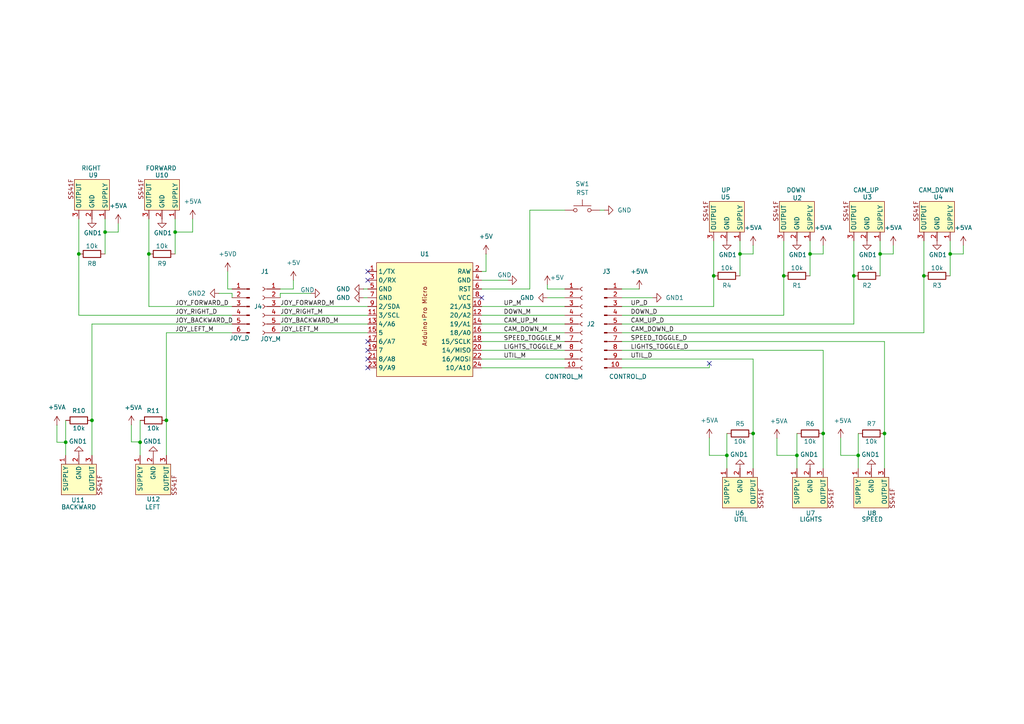
<source format=kicad_sch>
(kicad_sch (version 20250114) (generator "eeschema") (generator_version "9.0")
  (paper "A4")
  (title_block (title "ROV Controller") (date "2025-03-15") (rev "1") (company "MBK"))
  (lib_symbols
    (symbol "Connector:Conn_01x06_Pin" (pin_names (offset 1.016) (hide yes))
      (property "Reference" "J" (at 0 7.62 0))
      (property "Value" "Conn_01x06_Pin" (at 0 -10.16 0))
      (symbol "Conn_01x06_Pin_1_1"
        (rectangle (start 0.8636 5.207) (end 0 4.953) (stroke (width 0.1524)) (fill (type outline)))
        (rectangle (start 0.8636 2.667) (end 0 2.413) (stroke (width 0.1524)) (fill (type outline)))
        (rectangle (start 0.8636 0.127) (end 0 -0.127) (stroke (width 0.1524)) (fill (type outline)))
        (rectangle (start 0.8636 -2.413) (end 0 -2.667) (stroke (width 0.1524)) (fill (type outline)))
        (rectangle (start 0.8636 -4.953) (end 0 -5.207) (stroke (width 0.1524)) (fill (type outline)))
        (rectangle (start 0.8636 -7.493) (end 0 -7.747) (stroke (width 0.1524)) (fill (type outline)))
        (polyline (pts (xy 1.27 5.08) (xy 0.8636 5.08)) (stroke (width 0.1524)))
        (polyline (pts (xy 1.27 2.54) (xy 0.8636 2.54)) (stroke (width 0.1524)))
        (polyline (pts (xy 1.27 0) (xy 0.8636 0)) (stroke (width 0.1524)))
        (polyline (pts (xy 1.27 -2.54) (xy 0.8636 -2.54)) (stroke (width 0.1524)))
        (polyline (pts (xy 1.27 -5.08) (xy 0.8636 -5.08)) (stroke (width 0.1524)))
        (polyline (pts (xy 1.27 -7.62) (xy 0.8636 -7.62)) (stroke (width 0.1524)))
        (pin passive line (at 5.08 5.08 180) (length 3.81) (name "Pin_1") (number "1"))
        (pin passive line (at 5.08 2.54 180) (length 3.81) (name "Pin_2") (number "2"))
        (pin passive line (at 5.08 0 180) (length 3.81) (name "Pin_3") (number "3"))
        (pin passive line (at 5.08 -2.54 180) (length 3.81) (name "Pin_4") (number "4"))
        (pin passive line (at 5.08 -5.08 180) (length 3.81) (name "Pin_5") (number "5"))
        (pin passive line (at 5.08 -7.62 180) (length 3.81) (name "Pin_6") (number "6"))
      )
    )
    (symbol "Connector:Conn_01x06_Socket" (pin_names (offset 1.016) (hide yes))
      (property "Reference" "J" (at 0 7.62 0))
      (property "Value" "Conn_01x06_Socket" (at 0 -10.16 0))
      (symbol "Conn_01x06_Socket_1_1"
        (polyline (pts (xy -1.27 5.08) (xy -0.508 5.08)) (stroke (width 0.1524)))
        (polyline (pts (xy -1.27 2.54) (xy -0.508 2.54)) (stroke (width 0.1524)))
        (polyline (pts (xy -1.27 0) (xy -0.508 0)) (stroke (width 0.1524)))
        (polyline (pts (xy -1.27 -2.54) (xy -0.508 -2.54)) (stroke (width 0.1524)))
        (polyline (pts (xy -1.27 -5.08) (xy -0.508 -5.08)) (stroke (width 0.1524)))
        (polyline (pts (xy -1.27 -7.62) (xy -0.508 -7.62)) (stroke (width 0.1524)))
        (arc (start 0 4.572) (mid -0.5058 5.08) (end 0 5.588) (stroke (width 0.1524)))
        (arc (start 0 2.032) (mid -0.5058 2.54) (end 0 3.048) (stroke (width 0.1524)))
        (arc (start 0 -0.508) (mid -0.5058 0) (end 0 0.508) (stroke (width 0.1524)))
        (arc (start 0 -3.048) (mid -0.5058 -2.54) (end 0 -2.032) (stroke (width 0.1524)))
        (arc (start 0 -5.588) (mid -0.5058 -5.08) (end 0 -4.572) (stroke (width 0.1524)))
        (arc (start 0 -8.128) (mid -0.5058 -7.62) (end 0 -7.112) (stroke (width 0.1524)))
        (pin passive line (at -5.08 5.08 0) (length 3.81) (name "Pin_1") (number "1"))
        (pin passive line (at -5.08 2.54 0) (length 3.81) (name "Pin_2") (number "2"))
        (pin passive line (at -5.08 0 0) (length 3.81) (name "Pin_3") (number "3"))
        (pin passive line (at -5.08 -2.54 0) (length 3.81) (name "Pin_4") (number "4"))
        (pin passive line (at -5.08 -5.08 0) (length 3.81) (name "Pin_5") (number "5"))
        (pin passive line (at -5.08 -7.62 0) (length 3.81) (name "Pin_6") (number "6"))
      )
    )
    (symbol "Connector:Conn_01x10_Pin" (pin_names (offset 1.016) (hide yes))
      (property "Reference" "J" (at 0 12.7 0))
      (property "Value" "Conn_01x10_Pin" (at 0 -15.24 0))
      (symbol "Conn_01x10_Pin_1_1"
        (rectangle (start 0.8636 10.287) (end 0 10.033) (stroke (width 0.1524)) (fill (type outline)))
        (rectangle (start 0.8636 7.747) (end 0 7.493) (stroke (width 0.1524)) (fill (type outline)))
        (rectangle (start 0.8636 5.207) (end 0 4.953) (stroke (width 0.1524)) (fill (type outline)))
        (rectangle (start 0.8636 2.667) (end 0 2.413) (stroke (width 0.1524)) (fill (type outline)))
        (rectangle (start 0.8636 0.127) (end 0 -0.127) (stroke (width 0.1524)) (fill (type outline)))
        (rectangle (start 0.8636 -2.413) (end 0 -2.667) (stroke (width 0.1524)) (fill (type outline)))
        (rectangle (start 0.8636 -4.953) (end 0 -5.207) (stroke (width 0.1524)) (fill (type outline)))
        (rectangle (start 0.8636 -7.493) (end 0 -7.747) (stroke (width 0.1524)) (fill (type outline)))
        (rectangle (start 0.8636 -10.033) (end 0 -10.287) (stroke (width 0.1524)) (fill (type outline)))
        (rectangle (start 0.8636 -12.573) (end 0 -12.827) (stroke (width 0.1524)) (fill (type outline)))
        (polyline (pts (xy 1.27 10.16) (xy 0.8636 10.16)) (stroke (width 0.1524)))
        (polyline (pts (xy 1.27 7.62) (xy 0.8636 7.62)) (stroke (width 0.1524)))
        (polyline (pts (xy 1.27 5.08) (xy 0.8636 5.08)) (stroke (width 0.1524)))
        (polyline (pts (xy 1.27 2.54) (xy 0.8636 2.54)) (stroke (width 0.1524)))
        (polyline (pts (xy 1.27 0) (xy 0.8636 0)) (stroke (width 0.1524)))
        (polyline (pts (xy 1.27 -2.54) (xy 0.8636 -2.54)) (stroke (width 0.1524)))
        (polyline (pts (xy 1.27 -5.08) (xy 0.8636 -5.08)) (stroke (width 0.1524)))
        (polyline (pts (xy 1.27 -7.62) (xy 0.8636 -7.62)) (stroke (width 0.1524)))
        (polyline (pts (xy 1.27 -10.16) (xy 0.8636 -10.16)) (stroke (width 0.1524)))
        (polyline (pts (xy 1.27 -12.7) (xy 0.8636 -12.7)) (stroke (width 0.1524)))
        (pin passive line (at 5.08 10.16 180) (length 3.81) (name "Pin_1") (number "1"))
        (pin passive line (at 5.08 7.62 180) (length 3.81) (name "Pin_2") (number "2"))
        (pin passive line (at 5.08 5.08 180) (length 3.81) (name "Pin_3") (number "3"))
        (pin passive line (at 5.08 2.54 180) (length 3.81) (name "Pin_4") (number "4"))
        (pin passive line (at 5.08 0 180) (length 3.81) (name "Pin_5") (number "5"))
        (pin passive line (at 5.08 -2.54 180) (length 3.81) (name "Pin_6") (number "6"))
        (pin passive line (at 5.08 -5.08 180) (length 3.81) (name "Pin_7") (number "7"))
        (pin passive line (at 5.08 -7.62 180) (length 3.81) (name "Pin_8") (number "8"))
        (pin passive line (at 5.08 -10.16 180) (length 3.81) (name "Pin_9") (number "9"))
        (pin passive line (at 5.08 -12.7 180) (length 3.81) (name "Pin_10") (number "10"))
      )
    )
    (symbol "Connector:Conn_01x10_Socket" (pin_names (offset 1.016) (hide yes))
      (property "Reference" "J" (at 0 12.7 0))
      (property "Value" "Conn_01x10_Socket" (at 0 -15.24 0))
      (symbol "Conn_01x10_Socket_1_1"
        (polyline (pts (xy -1.27 10.16) (xy -0.508 10.16)) (stroke (width 0.1524)))
        (polyline (pts (xy -1.27 7.62) (xy -0.508 7.62)) (stroke (width 0.1524)))
        (polyline (pts (xy -1.27 5.08) (xy -0.508 5.08)) (stroke (width 0.1524)))
        (polyline (pts (xy -1.27 2.54) (xy -0.508 2.54)) (stroke (width 0.1524)))
        (polyline (pts (xy -1.27 0) (xy -0.508 0)) (stroke (width 0.1524)))
        (polyline (pts (xy -1.27 -2.54) (xy -0.508 -2.54)) (stroke (width 0.1524)))
        (polyline (pts (xy -1.27 -5.08) (xy -0.508 -5.08)) (stroke (width 0.1524)))
        (polyline (pts (xy -1.27 -7.62) (xy -0.508 -7.62)) (stroke (width 0.1524)))
        (polyline (pts (xy -1.27 -10.16) (xy -0.508 -10.16)) (stroke (width 0.1524)))
        (polyline (pts (xy -1.27 -12.7) (xy -0.508 -12.7)) (stroke (width 0.1524)))
        (arc (start 0 9.652) (mid -0.5058 10.16) (end 0 10.668) (stroke (width 0.1524)))
        (arc (start 0 7.112) (mid -0.5058 7.62) (end 0 8.128) (stroke (width 0.1524)))
        (arc (start 0 4.572) (mid -0.5058 5.08) (end 0 5.588) (stroke (width 0.1524)))
        (arc (start 0 2.032) (mid -0.5058 2.54) (end 0 3.048) (stroke (width 0.1524)))
        (arc (start 0 -0.508) (mid -0.5058 0) (end 0 0.508) (stroke (width 0.1524)))
        (arc (start 0 -3.048) (mid -0.5058 -2.54) (end 0 -2.032) (stroke (width 0.1524)))
        (arc (start 0 -5.588) (mid -0.5058 -5.08) (end 0 -4.572) (stroke (width 0.1524)))
        (arc (start 0 -8.128) (mid -0.5058 -7.62) (end 0 -7.112) (stroke (width 0.1524)))
        (arc (start 0 -10.668) (mid -0.5058 -10.16) (end 0 -9.652) (stroke (width 0.1524)))
        (arc (start 0 -13.208) (mid -0.5058 -12.7) (end 0 -12.192) (stroke (width 0.1524)))
        (pin passive line (at -5.08 10.16 0) (length 3.81) (name "Pin_1") (number "1"))
        (pin passive line (at -5.08 7.62 0) (length 3.81) (name "Pin_2") (number "2"))
        (pin passive line (at -5.08 5.08 0) (length 3.81) (name "Pin_3") (number "3"))
        (pin passive line (at -5.08 2.54 0) (length 3.81) (name "Pin_4") (number "4"))
        (pin passive line (at -5.08 0 0) (length 3.81) (name "Pin_5") (number "5"))
        (pin passive line (at -5.08 -2.54 0) (length 3.81) (name "Pin_6") (number "6"))
        (pin passive line (at -5.08 -5.08 0) (length 3.81) (name "Pin_7") (number "7"))
        (pin passive line (at -5.08 -7.62 0) (length 3.81) (name "Pin_8") (number "8"))
        (pin passive line (at -5.08 -10.16 0) (length 3.81) (name "Pin_9") (number "9"))
        (pin passive line (at -5.08 -12.7 0) (length 3.81) (name "Pin_10") (number "10"))
      )
    )
    (symbol "Device:R" (pin_numbers (hide yes)) (pin_names (offset 0))
      (property "Reference" "R" (at 2.032 0 90))
      (property "Value" "R" (at 0 0 90))
      (symbol "R_0_1"
        (rectangle (start -1.016 -2.54) (end 1.016 2.54) (stroke (width 0.254)))
      )
      (symbol "R_1_1"
        (pin passive line (at 0 3.81 270) (length 1.27) (name "~") (number "1"))
        (pin passive line (at 0 -3.81 90) (length 1.27) (name "~") (number "2"))
      )
    )
    (symbol "SS41F_1"
      (property "Reference" "U" (at -5.588 4.826 0))
      (property "Value" "Value" (at -9.652 -1.524 90))
      (symbol "SS41F_1_1_1"
        (rectangle (start -6.35 3.81) (end 2.54 -6.35) (fill (type background)))
        (text "SS41F" (at -3.556 -7.366 0) (effects (font (size 1.27 1.27))))
        (pin power_in line (at 5.08 2.54 180) (length 2.54) (name "SUPPLY") (number "1"))
        (pin passive line (at 5.08 -1.27 180) (length 2.54) (name "GND") (number "2"))
        (pin output line (at 5.08 -5.08 180) (length 2.54) (name "OUTPUT") (number "3"))
      )
    )
    (symbol "SS41F_2"
      (property "Reference" "U" (at -5.588 4.826 0))
      (property "Value" "Value" (at -9.652 -1.524 90))
      (symbol "SS41F_2_1_1"
        (rectangle (start -6.35 3.81) (end 2.54 -6.35) (fill (type background)))
        (text "SS41F" (at -3.556 -7.366 0) (effects (font (size 1.27 1.27))))
        (pin power_in line (at 5.08 2.54 180) (length 2.54) (name "SUPPLY") (number "1"))
        (pin passive line (at 5.08 -1.27 180) (length 2.54) (name "GND") (number "2"))
        (pin output line (at 5.08 -5.08 180) (length 2.54) (name "OUTPUT") (number "3"))
      )
    )
    (symbol "SS41F_3"
      (property "Reference" "U" (at -5.588 4.826 0))
      (property "Value" "Value" (at -9.652 -1.524 90))
      (symbol "SS41F_3_1_1"
        (rectangle (start -6.35 3.81) (end 2.54 -6.35) (fill (type background)))
        (text "SS41F" (at -3.556 -7.366 0) (effects (font (size 1.27 1.27))))
        (pin power_in line (at 5.08 2.54 180) (length 2.54) (name "SUPPLY") (number "1"))
        (pin passive line (at 5.08 -1.27 180) (length 2.54) (name "GND") (number "2"))
        (pin output line (at 5.08 -5.08 180) (length 2.54) (name "OUTPUT") (number "3"))
      )
    )
    (symbol "SS41F_4"
      (property "Reference" "U" (at -5.588 4.826 0))
      (property "Value" "Value" (at -9.652 -1.524 90))
      (symbol "SS41F_4_1_1"
        (rectangle (start -6.35 3.81) (end 2.54 -6.35) (fill (type background)))
        (text "SS41F" (at -3.556 -7.366 0) (effects (font (size 1.27 1.27))))
        (pin power_in line (at 5.08 2.54 180) (length 2.54) (name "SUPPLY") (number "1"))
        (pin passive line (at 5.08 -1.27 180) (length 2.54) (name "GND") (number "2"))
        (pin output line (at 5.08 -5.08 180) (length 2.54) (name "OUTPUT") (number "3"))
      )
    )
    (symbol "SS41F_5"
      (property "Reference" "U" (at -5.588 4.826 0))
      (property "Value" "Value" (at -9.652 -1.524 90))
      (symbol "SS41F_5_1_1"
        (rectangle (start -6.35 3.81) (end 2.54 -6.35) (fill (type background)))
        (text "SS41F" (at -3.556 -7.366 0) (effects (font (size 1.27 1.27))))
        (pin power_in line (at 5.08 2.54 180) (length 2.54) (name "SUPPLY") (number "1"))
        (pin passive line (at 5.08 -1.27 180) (length 2.54) (name "GND") (number "2"))
        (pin output line (at 5.08 -5.08 180) (length 2.54) (name "OUTPUT") (number "3"))
      )
    )
    (symbol "SS41F_6"
      (property "Reference" "U" (at -5.588 4.826 0))
      (property "Value" "Value" (at -9.652 -1.524 90))
      (symbol "SS41F_6_1_1"
        (rectangle (start -6.35 3.81) (end 2.54 -6.35) (fill (type background)))
        (text "SS41F" (at -3.556 -7.366 0) (effects (font (size 1.27 1.27))))
        (pin power_in line (at 5.08 2.54 180) (length 2.54) (name "SUPPLY") (number "1"))
        (pin passive line (at 5.08 -1.27 180) (length 2.54) (name "GND") (number "2"))
        (pin output line (at 5.08 -5.08 180) (length 2.54) (name "OUTPUT") (number "3"))
      )
    )
    (symbol "SS41F_7"
      (property "Reference" "U" (at -5.588 4.826 0))
      (property "Value" "Value" (at -9.652 -1.524 90))
      (symbol "SS41F_7_1_1"
        (rectangle (start -6.35 3.81) (end 2.54 -6.35) (fill (type background)))
        (text "SS41F" (at -3.556 -7.366 0) (effects (font (size 1.27 1.27))))
        (pin power_in line (at 5.08 2.54 180) (length 2.54) (name "SUPPLY") (number "1"))
        (pin passive line (at 5.08 -1.27 180) (length 2.54) (name "GND") (number "2"))
        (pin output line (at 5.08 -5.08 180) (length 2.54) (name "OUTPUT") (number "3"))
      )
    )
    (symbol "SS41F_8"
      (property "Reference" "U" (at -5.588 4.826 0))
      (property "Value" "Value" (at -9.652 -1.524 90))
      (symbol "SS41F_8_1_1"
        (rectangle (start -6.35 3.81) (end 2.54 -6.35) (fill (type background)))
        (text "SS41F" (at -3.556 -7.366 0) (effects (font (size 1.27 1.27))))
        (pin power_in line (at 5.08 2.54 180) (length 2.54) (name "SUPPLY") (number "1"))
        (pin passive line (at 5.08 -1.27 180) (length 2.54) (name "GND") (number "2"))
        (pin output line (at 5.08 -5.08 180) (length 2.54) (name "OUTPUT") (number "3"))
      )
    )
    (symbol "SS41F_9"
      (property "Reference" "U" (at -5.588 4.826 0))
      (property "Value" "Value" (at -9.652 -1.524 90))
      (symbol "SS41F_9_1_1"
        (rectangle (start -6.35 3.81) (end 2.54 -6.35) (fill (type background)))
        (text "SS41F" (at -3.556 -7.366 0) (effects (font (size 1.27 1.27))))
        (pin power_in line (at 5.08 2.54 180) (length 2.54) (name "SUPPLY") (number "1"))
        (pin passive line (at 5.08 -1.27 180) (length 2.54) (name "GND") (number "2"))
        (pin output line (at 5.08 -5.08 180) (length 2.54) (name "OUTPUT") (number "3"))
      )
    )
    (symbol "Switch:SW_Push" (pin_numbers (hide yes)) (pin_names (offset 1.016) (hide yes))
      (property "Reference" "SW" (at 1.27 2.54 0))
      (property "Value" "SW_Push" (at 0 -1.524 0))
      (symbol "SW_Push_0_1"
        (circle (center -2.032 0) (radius 0.508))
        (polyline (pts (xy 0 1.27) (xy 0 3.048)))
        (circle (center 2.032 0) (radius 0.508))
        (polyline (pts (xy 2.54 1.27) (xy -2.54 1.27)))
        (pin passive line (at -5.08 0 0) (length 2.54) (name "1") (number "1"))
        (pin passive line (at 5.08 0 180) (length 2.54) (name "2") (number "2"))
      )
    )
    (symbol "power:+5V" (power) (pin_numbers (hide yes)) (pin_names (offset 0) (hide yes))
      (property "Value" "+5V" (at 0 3.556 0))
      (symbol "+5V_0_1"
        (polyline (pts (xy -0.762 1.27) (xy 0 2.54)))
        (polyline (pts (xy 0 2.54) (xy 0.762 1.27)))
        (polyline (pts (xy 0 0) (xy 0 2.54)))
      )
      (symbol "+5V_1_1"
        (pin power_in line (at 0 0 90) (length 0) (name "~") (number "1"))
      )
    )
    (symbol "power:+5VA" (power) (pin_numbers (hide yes)) (pin_names (offset 0) (hide yes))
      (property "Value" "+5VA" (at 0 3.556 0))
      (symbol "+5VA_0_1"
        (polyline (pts (xy -0.762 1.27) (xy 0 2.54)))
        (polyline (pts (xy 0 2.54) (xy 0.762 1.27)))
        (polyline (pts (xy 0 0) (xy 0 2.54)))
      )
      (symbol "+5VA_1_1"
        (pin power_in line (at 0 0 90) (length 0) (name "~") (number "1"))
      )
    )
    (symbol "power:+5VD" (power) (pin_numbers (hide yes)) (pin_names (offset 0) (hide yes))
      (property "Value" "+5VD" (at 0 3.556 0))
      (symbol "+5VD_0_1"
        (polyline (pts (xy -0.762 1.27) (xy 0 2.54)))
        (polyline (pts (xy 0 2.54) (xy 0.762 1.27)))
        (polyline (pts (xy 0 0) (xy 0 2.54)))
      )
      (symbol "+5VD_1_1"
        (pin power_in line (at 0 0 90) (length 0) (name "~") (number "1"))
      )
    )
    (symbol "power:GND" (power) (pin_numbers (hide yes)) (pin_names (offset 0) (hide yes))
      (property "Value" "GND" (at 0 -3.81 0))
      (symbol "GND_0_1"
        (polyline (pts (xy 0 0) (xy 0 -1.27) (xy 1.27 -1.27) (xy 0 -2.54) (xy -1.27 -1.27) (xy 0 -1.27)))
      )
      (symbol "GND_1_1"
        (pin power_in line (at 0 0 270) (length 0) (name "~") (number "1"))
      )
    )
    (symbol "power:GND1" (power) (pin_numbers (hide yes)) (pin_names (offset 0) (hide yes))
      (property "Value" "GND1" (at 0 -3.81 0))
      (symbol "GND1_0_1"
        (polyline (pts (xy 0 0) (xy 0 -1.27) (xy 1.27 -1.27) (xy 0 -2.54) (xy -1.27 -1.27) (xy 0 -1.27)))
      )
      (symbol "GND1_1_1"
        (pin power_in line (at 0 0 270) (length 0) (name "~") (number "1"))
      )
    )
    (symbol "power:GND2" (power) (pin_numbers (hide yes)) (pin_names (offset 0) (hide yes))
      (property "Value" "GND2" (at 0 -3.81 0))
      (symbol "GND2_0_1"
        (polyline (pts (xy 0 0) (xy 0 -1.27) (xy 1.27 -1.27) (xy 0 -2.54) (xy -1.27 -1.27) (xy 0 -1.27)))
      )
      (symbol "GND2_1_1"
        (pin power_in line (at 0 0 270) (length 0) (name "~") (number "1"))
      )
    )
    (symbol "user_symbols:Arduino_Pro_Micro"
      (property "Reference" "U" (at -13.462 17.526 0))
      (symbol "Arduino_Pro_Micro_1_1"
        (rectangle (start -13.97 16.51) (end 13.97 -16.51) (fill (type background)))
        (text "Arduino Pro Micro" (at 0 1.016 900) (effects (font (size 1.27 1.27))))
        (pin bidirectional line (at -16.51 13.97 0) (length 2.54) (name "1/TX") (number "1"))
        (pin bidirectional line (at -16.51 11.43 0) (length 2.54) (name "0/RX") (number "3"))
        (pin passive line (at -16.51 8.89 0) (length 2.54) (name "GND") (number "5"))
        (pin passive line (at -16.51 6.35 0) (length 2.54) (name "GND") (number "7"))
        (pin bidirectional line (at -16.51 3.81 0) (length 2.54) (name "2/SDA") (number "9"))
        (pin bidirectional line (at -16.51 1.27 0) (length 2.54) (name "3/SCL") (number "11"))
        (pin bidirectional line (at -16.51 -1.27 0) (length 2.54) (name "4/A6") (number "13"))
        (pin bidirectional line (at -16.51 -3.81 0) (length 2.54) (name "5") (number "15"))
        (pin bidirectional line (at -16.51 -6.35 0) (length 2.54) (name "6/A7") (number "17"))
        (pin bidirectional line (at -16.51 -8.89 0) (length 2.54) (name "7") (number "19"))
        (pin bidirectional line (at -16.51 -11.43 0) (length 2.54) (name "8/A8") (number "21"))
        (pin bidirectional line (at -16.51 -13.97 0) (length 2.54) (name "9/A9") (number "23"))
        (pin power_out line (at 16.51 13.97 180) (length 2.54) (name "RAW") (number "2"))
        (pin passive line (at 16.51 11.43 180) (length 2.54) (name "GND") (number "4"))
        (pin input line (at 16.51 8.89 180) (length 2.54) (name "RST") (number "6"))
        (pin power_out line (at 16.51 6.35 180) (length 2.54) (name "VCC") (number "8"))
        (pin bidirectional line (at 16.51 3.81 180) (length 2.54) (name "21/A3") (number "10"))
        (pin bidirectional line (at 16.51 1.27 180) (length 2.54) (name "20/A2") (number "12"))
        (pin bidirectional line (at 16.51 -1.27 180) (length 2.54) (name "19/A1") (number "14"))
        (pin bidirectional line (at 16.51 -3.81 180) (length 2.54) (name "18/A0") (number "16"))
        (pin bidirectional line (at 16.51 -6.35 180) (length 2.54) (name "15/SCLK") (number "18"))
        (pin bidirectional line (at 16.51 -8.89 180) (length 2.54) (name "14/MISO") (number "20"))
        (pin bidirectional line (at 16.51 -11.43 180) (length 2.54) (name "16/MOSI") (number "22"))
        (pin bidirectional line (at 16.51 -13.97 180) (length 2.54) (name "10/A10") (number "24"))
      )
    )
    (symbol "user_symbols:SS41F"
      (property "Reference" "U" (at -5.588 4.826 0))
      (property "Value" "Value" (at -7.874 -1.524 90))
      (symbol "SS41F_1_1"
        (rectangle (start -6.35 3.81) (end 2.54 -6.35) (fill (type background)))
        (text "SS41F" (at -3.556 -7.366 0) (effects (font (size 1.27 1.27))))
        (pin power_in line (at 5.08 2.54 180) (length 2.54) (name "SUPPLY") (number "1"))
        (pin passive line (at 5.08 -1.27 180) (length 2.54) (name "GND") (number "2"))
        (pin output line (at 5.08 -5.08 180) (length 2.54) (name "OUTPUT") (number "3"))
      )
    )
  )
  (junction (at 26.67 121.92))
  (junction (at 234.95 73.66))
  (junction (at 43.18 73.66))
  (junction (at 248.92 132.08))
  (junction (at 210.82 132.08))
  (junction (at 40.64 128.27))
  (junction (at 19.05 128.27))
  (junction (at 256.54 125.73))
  (junction (at 50.8 67.31))
  (junction (at 231.14 132.08))
  (junction (at 255.27 73.66))
  (junction (at 214.63 73.66))
  (junction (at 247.65 80.01))
  (junction (at 267.97 80.01))
  (junction (at 207.01 80.01))
  (junction (at 238.76 125.73))
  (junction (at 22.86 73.66))
  (junction (at 48.26 121.92))
  (junction (at 218.44 125.73))
  (junction (at 30.48 67.31))
  (junction (at 227.33 80.01))
  (junction (at 275.59 73.66))
  (no_connect (at 106.68 104.14))
  (no_connect (at 106.68 99.06))
  (no_connect (at 205.74 105.41))
  (no_connect (at 139.7 86.36))
  (no_connect (at 106.68 101.6))
  (no_connect (at 106.68 81.28))
  (no_connect (at 106.68 78.74))
  (no_connect (at 106.68 106.68))
  (wire (pts (xy 16.51 123.2929) (xy 16.51 128.27)))
  (wire (pts (xy 22.86 73.66) (xy 22.86 91.44)))
  (wire (pts (xy 153.67 83.82) (xy 139.7 83.82)))
  (wire (pts (xy 40.0887 128.1671) (xy 40.0887 128.27)))
  (wire (pts (xy 214.63 73.66) (xy 214.63 80.01)))
  (wire (pts (xy 139.7 91.44) (xy 163.83 91.44)))
  (wire (pts (xy 255.27 73.66) (xy 255.27 80.01)))
  (wire (pts (xy 248.92 132.08) (xy 248.92 125.73)))
  (wire (pts (xy 214.63 73.66) (xy 218.44 73.66)))
  (wire (pts (xy 158.75 82.55) (xy 158.75 83.82)))
  (wire (pts (xy 180.34 104.14) (xy 218.44 104.14)))
  (wire (pts (xy 256.54 135.89) (xy 256.54 125.73)))
  (wire (pts (xy 234.95 73.66) (xy 238.76 73.66)))
  (wire (pts (xy 50.8 67.31) (xy 50.8 73.66)))
  (wire (pts (xy 139.7 106.68) (xy 163.83 106.68)))
  (wire (pts (xy 158.75 86.36) (xy 163.83 86.36)))
  (wire (pts (xy 231.14 132.08) (xy 231.14 125.73)))
  (wire (pts (xy 67.31 88.9) (xy 43.18 88.9)))
  (wire (pts (xy 234.95 73.66) (xy 234.95 80.01)))
  (wire (pts (xy 48.26 132.08) (xy 48.26 121.92)))
  (wire (pts (xy 30.48 63.5) (xy 30.48 67.31)))
  (wire (pts (xy 207.01 69.85) (xy 207.01 80.01)))
  (wire (pts (xy 139.7 96.52) (xy 163.83 96.52)))
  (wire (pts (xy 67.31 85.09) (xy 67.31 86.36)))
  (wire (pts (xy 48.26 96.52) (xy 67.31 96.52)))
  (wire (pts (xy 153.67 60.96) (xy 163.83 60.96)))
  (wire (pts (xy 227.33 80.01) (xy 227.33 91.44)))
  (wire (pts (xy 140.97 78.74) (xy 140.97 73.66)))
  (wire (pts (xy 48.26 96.52) (xy 48.26 121.92)))
  (wire (pts (xy 40.64 128.27) (xy 40.64 121.92)))
  (wire (pts (xy 259.08 71.12) (xy 259.08 73.66)))
  (wire (pts (xy 238.76 101.6) (xy 238.76 125.73)))
  (wire (pts (xy 231.14 135.89) (xy 231.14 132.08)))
  (wire (pts (xy 40.0887 128.1671) (xy 38.1 128.1671)))
  (wire (pts (xy 180.34 96.52) (xy 267.97 96.52)))
  (wire (pts (xy 85.09 81.28) (xy 85.09 83.82)))
  (wire (pts (xy 180.34 101.6) (xy 238.76 101.6)))
  (wire (pts (xy 139.7 81.28) (xy 147.32 81.28)))
  (wire (pts (xy 218.44 71.12) (xy 218.44 73.66)))
  (wire (pts (xy 139.7 93.98) (xy 163.83 93.98)))
  (wire (pts (xy 243.84 132.08) (xy 248.92 132.08)))
  (wire (pts (xy 63.5 85.09) (xy 67.31 85.09)))
  (wire (pts (xy 81.28 91.44) (xy 106.68 91.44)))
  (wire (pts (xy 81.28 85.09) (xy 81.28 86.36)))
  (wire (pts (xy 50.8 63.5) (xy 50.8 67.31)))
  (wire (pts (xy 139.7 88.9) (xy 163.83 88.9)))
  (wire (pts (xy 225.3413 127.1029) (xy 225.3413 132.08)))
  (wire (pts (xy 180.34 99.06) (xy 256.54 99.06)))
  (wire (pts (xy 105.41 86.36) (xy 106.68 86.36)))
  (wire (pts (xy 19.05 132.08) (xy 19.05 128.27)))
  (wire (pts (xy 267.97 69.85) (xy 267.97 80.01)))
  (wire (pts (xy 247.65 80.01) (xy 247.65 93.98)))
  (wire (pts (xy 247.65 69.85) (xy 247.65 80.01)))
  (wire (pts (xy 231.14 132.08) (xy 225.3413 132.08)))
  (wire (pts (xy 26.67 132.08) (xy 26.67 121.92)))
  (wire (pts (xy 16.51 128.27) (xy 19.05 128.27)))
  (wire (pts (xy 30.48 67.31) (xy 34.29 67.31)))
  (wire (pts (xy 275.59 73.66) (xy 279.4 73.66)))
  (wire (pts (xy 81.28 85.09) (xy 90.17 85.09)))
  (wire (pts (xy 139.7 104.14) (xy 163.83 104.14)))
  (wire (pts (xy 243.84 132.08) (xy 243.84 127)))
  (wire (pts (xy 210.82 135.89) (xy 210.82 132.08)))
  (wire (pts (xy 40.64 132.08) (xy 40.64 128.27)))
  (wire (pts (xy 279.4 71.12) (xy 279.4 73.66)))
  (wire (pts (xy 227.33 69.85) (xy 227.33 80.01)))
  (wire (pts (xy 173.99 60.96) (xy 175.26 60.96)))
  (wire (pts (xy 180.34 88.9) (xy 207.01 88.9)))
  (wire (pts (xy 43.18 73.66) (xy 43.18 88.9)))
  (wire (pts (xy 275.59 73.66) (xy 275.59 80.01)))
  (wire (pts (xy 180.34 83.82) (xy 185.42 83.82)))
  (wire (pts (xy 205.74 127) (xy 205.74 132.08)))
  (wire (pts (xy 256.54 99.06) (xy 256.54 125.73)))
  (wire (pts (xy 139.7 101.6) (xy 163.83 101.6)))
  (wire (pts (xy 210.82 132.08) (xy 205.74 132.08)))
  (wire (pts (xy 26.67 93.98) (xy 26.67 121.92)))
  (wire (pts (xy 55.88 67.31) (xy 55.88 63.5)))
  (wire (pts (xy 66.04 83.82) (xy 67.31 83.82)))
  (wire (pts (xy 81.28 96.52) (xy 106.68 96.52)))
  (wire (pts (xy 67.31 91.44) (xy 22.86 91.44)))
  (wire (pts (xy 210.82 132.08) (xy 210.82 125.73)))
  (wire (pts (xy 26.67 93.98) (xy 67.31 93.98)))
  (wire (pts (xy 40.0887 128.27) (xy 40.64 128.27)))
  (wire (pts (xy 238.76 71.12) (xy 238.76 73.66)))
  (wire (pts (xy 255.27 69.85) (xy 255.27 73.66)))
  (wire (pts (xy 43.18 63.5) (xy 43.18 73.66)))
  (wire (pts (xy 214.63 69.85) (xy 214.63 73.66)))
  (wire (pts (xy 22.86 63.5) (xy 22.86 73.66)))
  (wire (pts (xy 153.67 60.96) (xy 153.67 83.82)))
  (wire (pts (xy 180.34 86.36) (xy 189.23 86.36)))
  (wire (pts (xy 255.27 73.66) (xy 259.08 73.66)))
  (wire (pts (xy 158.75 83.82) (xy 163.83 83.82)))
  (wire (pts (xy 81.28 93.98) (xy 106.68 93.98)))
  (wire (pts (xy 205.74 105.41) (xy 205.74 106.68)))
  (wire (pts (xy 19.05 128.27) (xy 19.05 121.92)))
  (wire (pts (xy 50.8 67.31) (xy 55.88 67.31)))
  (wire (pts (xy 180.34 106.68) (xy 205.74 106.68)))
  (wire (pts (xy 38.1 123.19) (xy 38.1 128.1671)))
  (wire (pts (xy 267.97 80.01) (xy 267.97 96.52)))
  (wire (pts (xy 180.34 91.44) (xy 227.33 91.44)))
  (wire (pts (xy 30.48 67.31) (xy 30.48 73.66)))
  (wire (pts (xy 139.7 78.74) (xy 140.97 78.74)))
  (wire (pts (xy 218.44 135.89) (xy 218.44 125.73)))
  (wire (pts (xy 139.7 99.06) (xy 163.83 99.06)))
  (wire (pts (xy 34.29 64.77) (xy 34.29 67.31)))
  (wire (pts (xy 180.34 93.98) (xy 247.65 93.98)))
  (wire (pts (xy 248.92 135.89) (xy 248.92 132.08)))
  (wire (pts (xy 218.44 104.14) (xy 218.44 125.73)))
  (wire (pts (xy 81.28 88.9) (xy 106.68 88.9)))
  (wire (pts (xy 207.01 80.01) (xy 207.01 88.9)))
  (wire (pts (xy 234.95 69.85) (xy 234.95 73.66)))
  (wire (pts (xy 81.28 83.82) (xy 85.09 83.82)))
  (wire (pts (xy 105.41 83.82) (xy 106.68 83.82)))
  (wire (pts (xy 238.76 135.89) (xy 238.76 125.73)))
  (wire (pts (xy 66.04 78.74) (xy 66.04 83.82)))
  (wire (pts (xy 275.59 69.85) (xy 275.59 73.66)))
  (label "JOY_LEFT_M" (at 81.28 96.52 0))
  (label "JOY_RIGHT_M" (at 81.28 91.44 0))
  (label "LIGHTS_TOGGLE_D" (at 182.88 101.6 0))
  (label "SPEED_TOGGLE_M" (at 146.05 99.06 0))
  (label "JOY_FORWARD_D" (at 50.8 88.9 0))
  (label "UP_D" (at 182.88 88.9 0))
  (label "JOY_BACKWARD_M" (at 81.28 93.98 0))
  (label "CAM_DOWN_M" (at 146.05 96.52 0))
  (label "JOY_LEFT_M" (at 50.8 96.52 0))
  (label "DOWN_M" (at 146.05 91.44 0))
  (label "LIGHTS_TOGGLE_M" (at 146.05 101.6 0))
  (label "UTIL_D" (at 182.88 104.14 0))
  (label "SPEED_TOGGLE_D" (at 182.88 99.06 0))
  (label "CAM_UP_D" (at 182.88 93.98 0))
  (label "JOY_RIGHT_D" (at 50.8 91.44 0))
  (label "DOWN_D" (at 182.88 91.44 0))
  (label "JOY_FORWARD_M" (at 81.28 88.9 0))
  (label "CAM_UP_M" (at 146.05 93.98 0))
  (label "CAM_DOWN_D" (at 182.88 96.52 0))
  (label "UTIL_M" (at 146.05 104.14 0))
  (label "UP_M" (at 146.05 88.9 0))
  (label "JOY_BACKWARD_D" (at 50.8 93.98 0))
  (symbol (lib_id "Device:R") (at 26.67 73.66 270) (unit 1)
    (property "Reference" "R8" (at 26.67 76.454 90))
    (property "Value" "10k" (at 26.67 71.374 90))
    (property "Footprint" "Resistor_SMD:R_0603_1608Metric_Pad0.98x0.95mm_HandSolder" (effects (hide yes)))
    (property "Description" "Resistor" (effects (hide yes)))
  )
  (symbol (lib_name "SS41F_1") (lib_id "user_symbols:SS41F") (at 273.05 64.77 270) (unit 1)
    (property "Reference" "U4" (at 270.764 57.15 90) (effects (justify left)))
    (property "Value" "CAM_DOWN" (at 271.526 55.118 90))
    (property "Footprint" "user_footprints:SS41F" (effects (hide yes)))
  )
  (symbol (lib_id "power:+5VA") (at 16.51 123.2929 0) (unit 1)
    (property "Reference" "#PWR030" (effects (hide yes)))
    (property "Value" "+5VA" (at 16.51 118.11 0))
    (property "Description" "Power symbol creates a global label with name \"+5VA\"" (effects (hide yes)))
  )
  (symbol (lib_id "power:+5VD") (at 66.04 78.74 0) (unit 1)
    (property "Reference" "#PWR034" (effects (hide yes)))
    (property "Value" "+5VD" (at 66.04 73.66 0))
    (property "Description" "Power symbol creates a global label with name \"+5VD\"" (effects (hide yes)))
  )
  (symbol (lib_id "Device:R") (at 214.63 125.73 90) (unit 1)
    (property "Reference" "R5" (at 214.63 122.936 90))
    (property "Value" "10k" (at 214.63 128.016 90))
    (property "Footprint" "Resistor_SMD:R_0603_1608Metric_Pad0.98x0.95mm_HandSolder" (effects (hide yes)))
    (property "Description" "Resistor" (effects (hide yes)))
  )
  (symbol (lib_name "SS41F_3") (lib_id "user_symbols:SS41F") (at 213.36 140.97 90) (unit 1)
    (property "Reference" "U6" (at 215.9 148.844 90) (effects (justify left)))
    (property "Value" "UTIL" (at 214.884 150.622 90))
    (property "Footprint" "user_footprints:SS41F" (effects (hide yes)))
  )
  (symbol (lib_id "power:GND") (at 147.32 81.28 90) (unit 1)
    (property "Reference" "#PWR02" (effects (hide yes)))
    (property "Value" "GND" (at 144.272 79.756 90) (effects (justify right)))
    (property "Description" "Power symbol creates a global label with name \"GND\" , ground" (effects (hide yes)))
  )
  (symbol (lib_id "Device:R") (at 234.95 125.73 90) (unit 1)
    (property "Reference" "R6" (at 234.95 122.936 90))
    (property "Value" "10k" (at 234.95 128.016 90))
    (property "Footprint" "Resistor_SMD:R_0603_1608Metric_Pad0.98x0.95mm_HandSolder" (effects (hide yes)))
    (property "Description" "Resistor" (effects (hide yes)))
  )
  (symbol (lib_id "power:+5VA") (at 279.4 71.12 0) (unit 1)
    (property "Reference" "#PWR017" (effects (hide yes)))
    (property "Value" "+5VA" (at 279.4 66.04 0))
    (property "Description" "Power symbol creates a global label with name \"+5VA\"" (effects (hide yes)))
  )
  (symbol (lib_id "Connector:Conn_01x06_Socket") (at 76.2 88.9 0) (mirror y) (unit 1)
    (property "Reference" "J1" (at 76.835 78.74 0))
    (property "Value" "JOY_M" (at 78.486 98.298 0))
    (property "Footprint" "Connector_PinSocket_2.54mm:PinSocket_1x06_P2.54mm_Vertical" (effects (hide yes)))
    (property "Description" "Generic connector, single row, 01x06, script generated" (effects (hide yes)))
  )
  (symbol (lib_name "SS41F_2") (lib_id "user_symbols:SS41F") (at 27.94 58.42 270) (unit 1)
    (property "Reference" "U9" (at 25.654 50.8 90) (effects (justify left)))
    (property "Value" "RIGHT" (at 26.416 48.768 90))
    (property "Footprint" "user_footprints:SS41F" (effects (hide yes)))
  )
  (symbol (lib_id "power:GND2") (at 63.5 85.09 270) (unit 1)
    (property "Reference" "#PWR035" (effects (hide yes)))
    (property "Value" "GND2" (at 59.69 85.0899 90) (effects (justify right)))
    (property "Description" "Power symbol creates a global label with name \"GND2\" , ground" (effects (hide yes)))
  )
  (symbol (lib_id "power:GND1") (at 44.45 132.08 180) (unit 1)
    (property "Reference" "#PWR033" (effects (hide yes)))
    (property "Value" "GND1" (at 44.196 128.016 0))
    (property "Description" "Power symbol creates a global label with name \"GND1\" , ground" (effects (hide yes)))
  )
  (symbol (lib_id "Connector:Conn_01x10_Pin") (at 175.26 93.98 0) (unit 1)
    (property "Reference" "J3" (at 175.895 78.74 0))
    (property "Value" "CONTROL_D" (at 182.118 109.22 0))
    (property "Footprint" "Connector_PinHeader_2.54mm:PinHeader_1x10_P2.54mm_Vertical" (effects (hide yes)))
    (property "Description" "Generic connector, single row, 01x10, script generated" (effects (hide yes)))
  )
  (symbol (lib_id "power:GND") (at 90.17 85.09 90) (unit 1)
    (property "Reference" "#PWR05" (effects (hide yes)))
    (property "Value" "GND" (at 87.122 84.074 90) (effects (justify right)))
    (property "Description" "Power symbol creates a global label with name \"GND\" , ground" (effects (hide yes)))
  )
  (symbol (lib_id "Device:R") (at 231.14 80.01 270) (unit 1)
    (property "Reference" "R1" (at 231.14 82.804 90))
    (property "Value" "10k" (at 231.14 77.724 90))
    (property "Footprint" "Resistor_SMD:R_0603_1608Metric_Pad0.98x0.95mm_HandSolder" (effects (hide yes)))
    (property "Description" "Resistor" (effects (hide yes)))
  )
  (symbol (lib_id "power:GND") (at 175.26 60.96 90) (unit 1)
    (property "Reference" "#PWR01" (effects (hide yes)))
    (property "Value" "GND" (at 179.07 60.9599 90) (effects (justify right)))
    (property "Description" "Power symbol creates a global label with name \"GND\" , ground" (effects (hide yes)))
  )
  (symbol (lib_id "power:GND1") (at 22.86 132.08 180) (unit 1)
    (property "Reference" "#PWR031" (effects (hide yes)))
    (property "Value" "GND1" (at 22.606 128.016 0))
    (property "Description" "Power symbol creates a global label with name \"GND1\" , ground" (effects (hide yes)))
  )
  (symbol (lib_id "Device:R") (at 46.99 73.66 270) (unit 1)
    (property "Reference" "R9" (at 46.99 76.454 90))
    (property "Value" "10k" (at 46.99 71.374 90))
    (property "Footprint" "Resistor_SMD:R_0603_1608Metric_Pad0.98x0.95mm_HandSolder" (effects (hide yes)))
    (property "Description" "Resistor" (effects (hide yes)))
  )
  (symbol (lib_id "power:GND1") (at 214.63 135.89 180) (unit 1)
    (property "Reference" "#PWR020" (effects (hide yes)))
    (property "Value" "GND1" (at 214.376 131.826 0))
    (property "Description" "Power symbol creates a global label with name \"GND1\" , ground" (effects (hide yes)))
  )
  (symbol (lib_id "power:GND") (at 158.75 86.36 270) (unit 1)
    (property "Reference" "#PWR09" (effects (hide yes)))
    (property "Value" "GND" (at 154.94 86.3599 90) (effects (justify right)))
    (property "Description" "Power symbol creates a global label with name \"GND\" , ground" (effects (hide yes)))
  )
  (symbol (lib_id "Device:R") (at 271.78 80.01 270) (unit 1)
    (property "Reference" "R3" (at 271.78 82.804 90))
    (property "Value" "10k" (at 271.78 77.724 90))
    (property "Footprint" "Resistor_SMD:R_0603_1608Metric_Pad0.98x0.95mm_HandSolder" (effects (hide yes)))
    (property "Description" "Resistor" (effects (hide yes)))
  )
  (symbol (lib_id "power:+5VA") (at 225.3413 127.1029 0) (unit 1)
    (property "Reference" "#PWR022" (effects (hide yes)))
    (property "Value" "+5VA" (at 225.8926 122.1258 0))
    (property "Description" "Power symbol creates a global label with name \"+5VA\"" (effects (hide yes)))
  )
  (symbol (lib_id "power:GND1") (at 46.99 63.5 0) (unit 1)
    (property "Reference" "#PWR028" (effects (hide yes)))
    (property "Value" "GND1" (at 47.244 67.564 0))
    (property "Description" "Power symbol creates a global label with name \"GND1\" , ground" (effects (hide yes)))
  )
  (symbol (lib_id "power:GND1") (at 252.73 135.89 180) (unit 1)
    (property "Reference" "#PWR025" (effects (hide yes)))
    (property "Value" "GND1" (at 252.476 131.826 0))
    (property "Description" "Power symbol creates a global label with name \"GND1\" , ground" (effects (hide yes)))
  )
  (symbol (lib_id "power:GND1") (at 26.67 63.5 0) (unit 1)
    (property "Reference" "#PWR026" (effects (hide yes)))
    (property "Value" "GND1" (at 26.924 67.564 0))
    (property "Description" "Power symbol creates a global label with name \"GND1\" , ground" (effects (hide yes)))
  )
  (symbol (lib_id "user_symbols:SS41F") (at 43.18 137.16 90) (unit 1)
    (property "Reference" "U12" (at 46.482 144.78 90) (effects (justify left)))
    (property "Value" "LEFT" (at 46.482 147.066 90) (effects (justify left)))
    (property "Footprint" "user_footprints:SS41F" (effects (hide yes)))
  )
  (symbol (lib_id "user_symbols:SS41F") (at 21.59 137.16 90) (unit 1)
    (property "Reference" "U11" (at 24.638 145.034 90) (effects (justify left)))
    (property "Value" "BACKWARD" (at 27.94 147.066 90) (effects (justify left)))
    (property "Footprint" "user_footprints:SS41F" (effects (hide yes)))
  )
  (symbol (lib_id "power:GND") (at 105.41 83.82 270) (unit 1)
    (property "Reference" "#PWR03" (effects (hide yes)))
    (property "Value" "GND" (at 101.6 83.8199 90) (effects (justify right)))
    (property "Description" "Power symbol creates a global label with name \"GND\" , ground" (effects (hide yes)))
  )
  (symbol (lib_name "SS41F_8") (lib_id "user_symbols:SS41F") (at 48.26 58.42 270) (unit 1)
    (property "Reference" "U10" (at 44.958 50.8 90) (effects (justify left)))
    (property "Value" "FORWARD" (at 46.736 48.768 90))
    (property "Footprint" "user_footprints:SS41F" (effects (hide yes)))
  )
  (symbol (lib_id "power:GND1") (at 231.14 69.85 0) (unit 1)
    (property "Reference" "#PWR012" (effects (hide yes)))
    (property "Value" "GND1" (at 231.394 73.914 0))
    (property "Description" "Power symbol creates a global label with name \"GND1\" , ground" (effects (hide yes)))
  )
  (symbol (lib_id "power:GND1") (at 271.78 69.85 0) (unit 1)
    (property "Reference" "#PWR016" (effects (hide yes)))
    (property "Value" "GND1" (at 272.034 73.914 0))
    (property "Description" "Power symbol creates a global label with name \"GND1\" , ground" (effects (hide yes)))
  )
  (symbol (lib_id "power:GND1") (at 189.23 86.36 90) (unit 1)
    (property "Reference" "#PWR011" (effects (hide yes)))
    (property "Value" "GND1" (at 193.04 86.3599 90) (effects (justify right)))
    (property "Description" "Power symbol creates a global label with name \"GND1\" , ground" (effects (hide yes)))
  )
  (symbol (lib_id "Device:R") (at 251.46 80.01 270) (unit 1)
    (property "Reference" "R2" (at 251.46 82.804 90))
    (property "Value" "10k" (at 251.46 77.724 90))
    (property "Footprint" "Resistor_SMD:R_0603_1608Metric_Pad0.98x0.95mm_HandSolder" (effects (hide yes)))
    (property "Description" "Resistor" (effects (hide yes)))
  )
  (symbol (lib_name "SS41F_7") (lib_id "user_symbols:SS41F") (at 251.46 140.97 90) (unit 1)
    (property "Reference" "U8" (at 254.254 148.844 90) (effects (justify left)))
    (property "Value" "SPEED" (at 252.984 150.622 90))
    (property "Footprint" "user_footprints:SS41F" (effects (hide yes)))
  )
  (symbol (lib_id "power:+5VA") (at 218.44 71.12 0) (unit 1)
    (property "Reference" "#PWR019" (effects (hide yes)))
    (property "Value" "+5VA" (at 218.44 66.04 0))
    (property "Description" "Power symbol creates a global label with name \"+5VA\"" (effects (hide yes)))
  )
  (symbol (lib_id "power:GND") (at 105.41 86.36 270) (unit 1)
    (property "Reference" "#PWR04" (effects (hide yes)))
    (property "Value" "GND" (at 101.6 86.3599 90) (effects (justify right)))
    (property "Description" "Power symbol creates a global label with name \"GND\" , ground" (effects (hide yes)))
  )
  (symbol (lib_id "power:+5VA") (at 34.29 64.77 0) (unit 1)
    (property "Reference" "#PWR027" (effects (hide yes)))
    (property "Value" "+5VA" (at 34.29 59.69 0))
    (property "Description" "Power symbol creates a global label with name \"+5VA\"" (effects (hide yes)))
  )
  (symbol (lib_id "Connector:Conn_01x06_Pin") (at 72.39 88.9 0) (mirror y) (unit 1)
    (property "Reference" "J4" (at 73.66 88.8999 0) (effects (justify right)))
    (property "Value" "JOY_D" (at 66.548 98.044 0) (effects (justify right)))
    (property "Footprint" "Connector_PinHeader_2.54mm:PinHeader_1x06_P2.54mm_Vertical" (effects (hide yes)))
    (property "Description" "Generic connector, single row, 01x06, script generated" (effects (hide yes)))
  )
  (symbol (lib_id "power:+5V") (at 85.09 81.28 0) (unit 1)
    (property "Reference" "#PWR07" (effects (hide yes)))
    (property "Value" "+5V" (at 85.09 76.2 0))
    (property "Description" "Power symbol creates a global label with name \"+5V\"" (effects (hide yes)))
  )
  (symbol (lib_id "Switch:SW_Push") (at 168.91 60.96 0) (unit 1)
    (property "Reference" "SW1" (at 168.91 53.34 0))
    (property "Value" "RST" (at 168.91 55.88 0))
    (property "Footprint" "Button_Switch_THT:SW_Tactile_SPST_Angled_PTS645Vx31-2LFS" (effects (hide yes)))
    (property "Description" "Push button switch, generic, two pins" (effects (hide yes)))
  )
  (symbol (lib_name "SS41F_4") (lib_id "user_symbols:SS41F") (at 212.09 64.77 270) (unit 1)
    (property "Reference" "U5" (at 209.042 57.15 90) (effects (justify left)))
    (property "Value" "UP" (at 210.566 55.118 90))
    (property "Footprint" "user_footprints:SS41F" (effects (hide yes)))
  )
  (symbol (lib_name "SS41F_5") (lib_id "user_symbols:SS41F") (at 233.68 140.97 90) (unit 1)
    (property "Reference" "U7" (at 236.474 148.844 90) (effects (justify left)))
    (property "Value" "LIGHTS" (at 235.204 150.622 90))
    (property "Footprint" "user_footprints:SS41F" (effects (hide yes)))
  )
  (symbol (lib_id "power:GND1") (at 251.46 69.85 0) (unit 1)
    (property "Reference" "#PWR014" (effects (hide yes)))
    (property "Value" "GND1" (at 251.714 73.914 0))
    (property "Description" "Power symbol creates a global label with name \"GND1\" , ground" (effects (hide yes)))
  )
  (symbol (lib_name "SS41F_6") (lib_id "user_symbols:SS41F") (at 252.73 64.77 270) (unit 1)
    (property "Reference" "U3" (at 250.19 57.15 90) (effects (justify left)))
    (property "Value" "CAM_UP" (at 251.206 55.118 90))
    (property "Footprint" "user_footprints:SS41F" (effects (hide yes)))
  )
  (symbol (lib_id "power:GND1") (at 210.82 69.85 0) (unit 1)
    (property "Reference" "#PWR018" (effects (hide yes)))
    (property "Value" "GND1" (at 211.074 73.914 0))
    (property "Description" "Power symbol creates a global label with name \"GND1\" , ground" (effects (hide yes)))
  )
  (symbol (lib_id "user_symbols:Arduino_Pro_Micro") (at 123.19 92.71 0) (unit 1)
    (property "Reference" "U1" (at 123.19 73.66 0))
    (property "Value" "~" (at 123.19 92.71 0))
    (property "Footprint" "user_footprints:Arduino_Pro_Micro" (effects (hide yes)))
  )
  (symbol (lib_id "Device:R") (at 210.82 80.01 270) (unit 1)
    (property "Reference" "R4" (at 210.82 82.804 90))
    (property "Value" "10k" (at 210.82 77.724 90))
    (property "Footprint" "Resistor_SMD:R_0603_1608Metric_Pad0.98x0.95mm_HandSolder" (effects (hide yes)))
    (property "Description" "Resistor" (effects (hide yes)))
  )
  (symbol (lib_id "Device:R") (at 22.86 121.92 90) (unit 1)
    (property "Reference" "R10" (at 22.86 119.126 90))
    (property "Value" "10k" (at 22.86 124.206 90))
    (property "Footprint" "Resistor_SMD:R_0603_1608Metric_Pad0.98x0.95mm_HandSolder" (effects (hide yes)))
    (property "Description" "Resistor" (effects (hide yes)))
  )
  (symbol (lib_id "Device:R") (at 44.45 121.92 90) (unit 1)
    (property "Reference" "R11" (at 44.45 119.126 90))
    (property "Value" "10k" (at 44.45 124.206 90))
    (property "Footprint" "Resistor_SMD:R_0603_1608Metric_Pad0.98x0.95mm_HandSolder" (effects (hide yes)))
    (property "Description" "Resistor" (effects (hide yes)))
  )
  (symbol (lib_id "power:+5VA") (at 38.1 123.19 0) (unit 1)
    (property "Reference" "#PWR032" (effects (hide yes)))
    (property "Value" "+5VA" (at 38.6513 118.2129 0))
    (property "Description" "Power symbol creates a global label with name \"+5VA\"" (effects (hide yes)))
  )
  (symbol (lib_name "SS41F_9") (lib_id "user_symbols:SS41F") (at 232.41 64.77 270) (unit 1)
    (property "Reference" "U2" (at 229.87 57.404 90) (effects (justify left)))
    (property "Value" "DOWN" (at 230.886 55.118 90))
    (property "Footprint" "user_footprints:SS41F" (effects (hide yes)))
  )
  (symbol (lib_id "Device:R") (at 252.73 125.73 90) (unit 1)
    (property "Reference" "R7" (at 252.73 122.936 90))
    (property "Value" "10k" (at 252.73 128.016 90))
    (property "Footprint" "Resistor_SMD:R_0603_1608Metric_Pad0.98x0.95mm_HandSolder" (effects (hide yes)))
    (property "Description" "Resistor" (effects (hide yes)))
  )
  (symbol (lib_id "power:+5VA") (at 243.84 127 0) (unit 1)
    (property "Reference" "#PWR024" (effects (hide yes)))
    (property "Value" "+5VA" (at 244.3913 122.0229 0))
    (property "Description" "Power symbol creates a global label with name \"+5VA\"" (effects (hide yes)))
  )
  (symbol (lib_id "power:+5V") (at 140.97 73.66 0) (unit 1)
    (property "Reference" "#PWR06" (effects (hide yes)))
    (property "Value" "+5V" (at 140.97 68.58 0))
    (property "Description" "Power symbol creates a global label with name \"+5V\"" (effects (hide yes)))
  )
  (symbol (lib_id "power:+5V") (at 158.75 82.55 0) (unit 1)
    (property "Reference" "#PWR08" (effects (hide yes)))
    (property "Value" "+5V" (at 161.544 80.518 0))
    (property "Description" "Power symbol creates a global label with name \"+5V\"" (effects (hide yes)))
  )
  (symbol (lib_id "power:GND1") (at 234.95 135.89 180) (unit 1)
    (property "Reference" "#PWR023" (effects (hide yes)))
    (property "Value" "GND1" (at 234.696 131.826 0))
    (property "Description" "Power symbol creates a global label with name \"GND1\" , ground" (effects (hide yes)))
  )
  (symbol (lib_id "power:+5VA") (at 238.76 71.12 0) (unit 1)
    (property "Reference" "#PWR013" (effects (hide yes)))
    (property "Value" "+5VA" (at 238.76 66.04 0))
    (property "Description" "Power symbol creates a global label with name \"+5VA\"" (effects (hide yes)))
  )
  (symbol (lib_id "power:+5VA") (at 205.74 127 0) (unit 1)
    (property "Reference" "#PWR021" (effects (hide yes)))
    (property "Value" "+5VA" (at 205.74 121.92 0))
    (property "Description" "Power symbol creates a global label with name \"+5VA\"" (effects (hide yes)))
  )
  (symbol (lib_id "power:+5VA") (at 185.42 83.82 0) (unit 1)
    (property "Reference" "#PWR010" (effects (hide yes)))
    (property "Value" "+5VA" (at 185.42 78.74 0))
    (property "Description" "Power symbol creates a global label with name \"+5VA\"" (effects (hide yes)))
  )
  (symbol (lib_id "Connector:Conn_01x10_Socket") (at 168.91 93.98 0) (unit 1)
    (property "Reference" "J2" (at 170.18 93.9799 0) (effects (justify left)))
    (property "Value" "CONTROL_M" (at 157.988 109.22 0) (effects (justify left)))
    (property "Footprint" "Connector_PinSocket_2.54mm:PinSocket_1x10_P2.54mm_Vertical" (effects (hide yes)))
    (property "Description" "Generic connector, single row, 01x10, script generated" (effects (hide yes)))
  )
  (symbol (lib_id "power:+5VA") (at 55.88 63.5 0) (unit 1)
    (property "Reference" "#PWR029" (effects (hide yes)))
    (property "Value" "+5VA" (at 55.88 58.42 0))
    (property "Description" "Power symbol creates a global label with name \"+5VA\"" (effects (hide yes)))
  )
  (symbol (lib_id "power:+5VA") (at 259.08 71.12 0) (unit 1)
    (property "Reference" "#PWR015" (effects (hide yes)))
    (property "Value" "+5VA" (at 259.08 66.04 0))
    (property "Description" "Power symbol creates a global label with name \"+5VA\"" (effects (hide yes)))
  )
)
</source>
